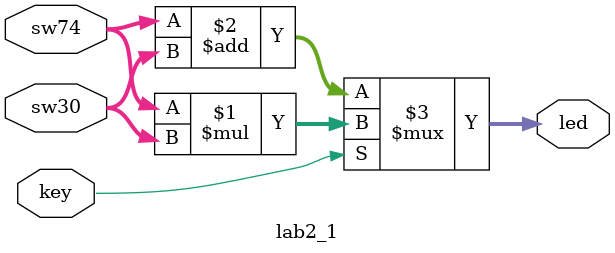
<source format=sv>
module lab2_1
(input signed  [3:0] sw74,sw30,
input key,
output signed [7:0] led
);

assign led = (key)?sw74*sw30:sw74+sw30;

endmodule
</source>
